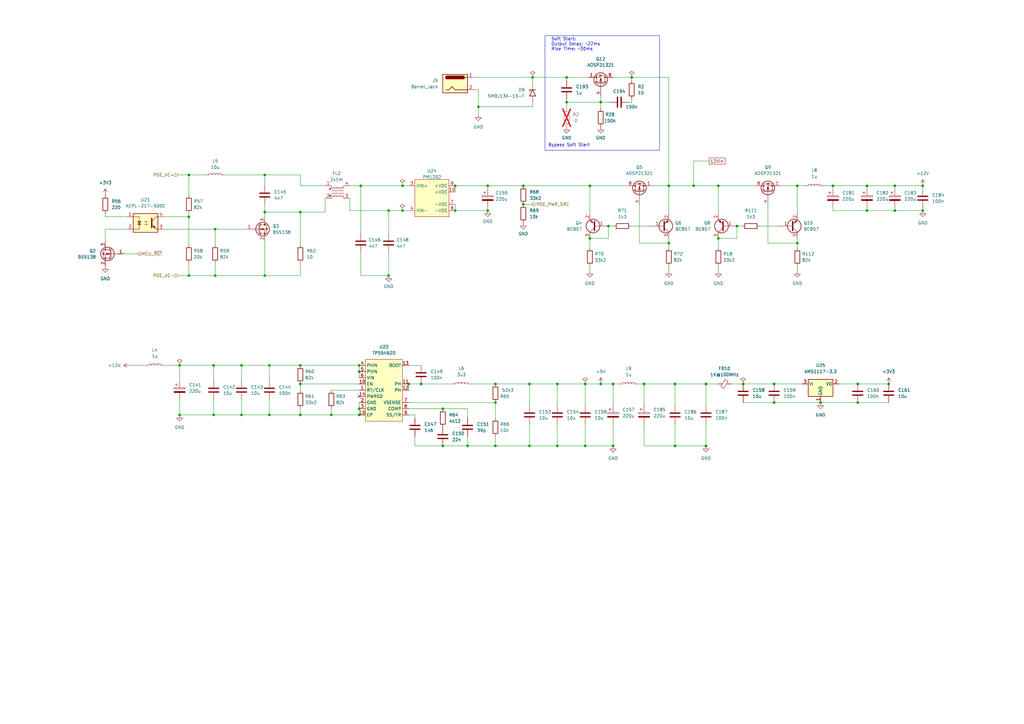
<source format=kicad_sch>
(kicad_sch (version 20230121) (generator eeschema)
  (paper "A3")
  (title_block (title "Kirdy") (date "2022-07-03") (rev "r0.1") (company "M-Labs") (comment 1 "Alex Wong Tat Hang"))
  (junction (at 259.08 31.75))
  (junction (at 214.63 76.2))
  (junction (at 87.63 149.86))
  (junction (at 200.025 86.36))
  (junction (at 186.69 86.36))
  (junction (at 364.49 157.48))
  (junction (at 241.935 97.79))
  (junction (at 276.86 157.48))
  (junction (at 181.61 182.88))
  (junction (at 274.32 99.695))
  (junction (at 147.32 167.64))
  (junction (at 241.935 76.2))
  (junction (at 88.265 93.98))
  (junction (at 251.46 182.88))
  (junction (at 181.61 167.64))
  (junction (at 284.48 76.2))
  (junction (at 246.38 157.48))
  (junction (at 108.585 86.995))
  (junction (at 317.5 165.1))
  (junction (at 228.6 157.48))
  (junction (at 203.2 157.48))
  (junction (at 77.47 113.03))
  (junction (at 123.19 86.995))
  (junction (at 378.46 86.36))
  (junction (at 251.46 157.48))
  (junction (at 110.49 170.18))
  (junction (at 167.64 157.48))
  (junction (at 159.385 113.03))
  (junction (at 274.32 76.2))
  (junction (at 135.89 170.18))
  (junction (at 73.66 170.18))
  (junction (at 214.63 83.82))
  (junction (at 302.26 92.71))
  (junction (at 200.025 76.2))
  (junction (at 165.1 86.36))
  (junction (at 246.38 41.91))
  (junction (at 196.215 43.815))
  (junction (at 77.47 88.9))
  (junction (at 240.03 182.88))
  (junction (at 147.32 149.86))
  (junction (at 203.2 182.88))
  (junction (at 336.55 165.1))
  (junction (at 108.585 113.03))
  (junction (at 240.03 157.48))
  (junction (at 249.555 92.71))
  (junction (at 110.49 149.86))
  (junction (at 351.79 165.1))
  (junction (at 147.955 76.2))
  (junction (at 108.585 71.755))
  (junction (at 294.64 97.79))
  (junction (at 123.19 170.18))
  (junction (at 317.5 157.48))
  (junction (at 289.56 157.48))
  (junction (at 351.79 157.48))
  (junction (at 203.2 165.1))
  (junction (at 327.025 76.2))
  (junction (at 355.6 86.36))
  (junction (at 367.03 76.2))
  (junction (at 217.17 182.88))
  (junction (at 165.1 76.2))
  (junction (at 304.8 157.48))
  (junction (at 217.17 157.48))
  (junction (at 87.63 170.18))
  (junction (at 232.41 31.75))
  (junction (at 378.46 76.2))
  (junction (at 123.19 149.86))
  (junction (at 341.63 76.2))
  (junction (at 73.66 149.86))
  (junction (at 186.69 76.2))
  (junction (at 218.44 31.75))
  (junction (at 77.47 71.755))
  (junction (at 327.025 99.695))
  (junction (at 99.06 170.18))
  (junction (at 294.64 76.2))
  (junction (at 289.56 182.88))
  (junction (at 88.265 113.03))
  (junction (at 232.41 41.91))
  (junction (at 147.32 152.4))
  (junction (at 367.03 86.36))
  (junction (at 228.6 182.88))
  (junction (at 191.77 182.88))
  (junction (at 99.06 149.86))
  (junction (at 159.385 86.36))
  (junction (at 123.19 157.48))
  (junction (at 276.86 182.88))
  (junction (at 147.32 170.18))
  (junction (at 172.72 157.48))
  (junction (at 264.16 157.48))
  (junction (at 355.6 76.2))
  (no_connect (at 147.32 162.56))
  (wire (pts (xy 337.82 76.2) (xy 341.63 76.2)))
  (wire (pts (xy 92.075 71.755) (xy 108.585 71.755)))
  (wire (pts (xy 108.585 86.995) (xy 108.585 88.9)))
  (wire (pts (xy 135.89 167.64) (xy 135.89 170.18)))
  (wire (pts (xy 294.64 76.2) (xy 309.88 76.2)))
  (wire (pts (xy 133.35 76.2) (xy 123.19 76.2)))
  (wire (pts (xy 378.46 77.47) (xy 378.46 76.2)))
  (wire (pts (xy 87.63 149.86) (xy 99.06 149.86)))
  (wire (pts (xy 147.32 165.1) (xy 147.32 167.64)))
  (wire (pts (xy 67.31 93.98) (xy 88.265 93.98)))
  (wire (pts (xy 186.69 86.36) (xy 200.025 86.36)))
  (wire (pts (xy 327.025 76.2) (xy 327.025 87.63)))
  (wire (pts (xy 110.49 149.86) (xy 123.19 149.86)))
  (wire (pts (xy 355.6 76.2) (xy 355.6 77.47)))
  (wire (pts (xy 50.8 104.14) (xy 56.515 104.14)))
  (wire (pts (xy 147.955 113.03) (xy 159.385 113.03)))
  (wire (pts (xy 123.19 86.995) (xy 123.19 100.33)))
  (wire (pts (xy 99.06 163.83) (xy 99.06 170.18)))
  (wire (pts (xy 264.16 157.48) (xy 276.86 157.48)))
  (wire (pts (xy 133.35 81.28) (xy 133.35 86.995)))
  (wire (pts (xy 241.935 76.2) (xy 257.175 76.2)))
  (wire (pts (xy 186.69 83.82) (xy 186.69 86.36)))
  (wire (pts (xy 294.64 97.79) (xy 294.64 101.6)))
  (wire (pts (xy 159.385 103.505) (xy 159.385 113.03)))
  (wire (pts (xy 135.89 160.02) (xy 147.32 160.02)))
  (wire (pts (xy 228.6 182.88) (xy 240.03 182.88)))
  (wire (pts (xy 327.025 99.695) (xy 327.025 101.6)))
  (wire (pts (xy 218.44 31.75) (xy 194.31 31.75)))
  (wire (pts (xy 99.06 170.18) (xy 110.49 170.18)))
  (wire (pts (xy 110.49 170.18) (xy 123.19 170.18)))
  (wire (pts (xy 232.41 41.91) (xy 232.41 44.45)))
  (wire (pts (xy 143.51 86.36) (xy 159.385 86.36)))
  (wire (pts (xy 274.32 76.2) (xy 284.48 76.2)))
  (wire (pts (xy 367.03 76.2) (xy 378.46 76.2)))
  (wire (pts (xy 304.8 165.1) (xy 317.5 165.1)))
  (wire (pts (xy 170.18 179.07) (xy 170.18 182.88)))
  (wire (pts (xy 203.2 182.88) (xy 203.2 179.07)))
  (wire (pts (xy 181.61 167.64) (xy 191.77 167.64)))
  (wire (pts (xy 217.17 157.48) (xy 217.17 166.37)))
  (wire (pts (xy 53.34 149.86) (xy 59.69 149.86)))
  (wire (pts (xy 267.335 76.2) (xy 274.32 76.2)))
  (wire (pts (xy 165.1 76.2) (xy 167.64 76.2)))
  (wire (pts (xy 246.38 41.91) (xy 250.19 41.91)))
  (wire (pts (xy 147.32 149.86) (xy 147.32 152.4)))
  (wire (pts (xy 73.025 113.03) (xy 77.47 113.03)))
  (wire (pts (xy 67.31 88.9) (xy 77.47 88.9)))
  (wire (pts (xy 167.64 149.86) (xy 172.72 149.86)))
  (wire (pts (xy 123.19 157.48) (xy 123.19 160.02)))
  (wire (pts (xy 88.265 113.03) (xy 88.265 107.95)))
  (wire (pts (xy 123.19 167.64) (xy 123.19 170.18)))
  (wire (pts (xy 73.66 163.83) (xy 73.66 170.18)))
  (wire (pts (xy 240.03 157.48) (xy 240.03 166.37)))
  (wire (pts (xy 251.46 182.88) (xy 251.46 173.99)))
  (wire (pts (xy 259.08 40.64) (xy 259.08 41.91)))
  (wire (pts (xy 108.585 86.995) (xy 123.19 86.995)))
  (wire (pts (xy 317.5 157.48) (xy 328.93 157.48)))
  (wire (pts (xy 276.86 157.48) (xy 289.56 157.48)))
  (wire (pts (xy 99.06 149.86) (xy 110.49 149.86)))
  (wire (pts (xy 165.1 86.36) (xy 167.64 86.36)))
  (wire (pts (xy 123.19 71.755) (xy 108.585 71.755)))
  (wire (pts (xy 320.04 76.2) (xy 327.025 76.2)))
  (wire (pts (xy 167.64 165.1) (xy 203.2 165.1)))
  (wire (pts (xy 284.48 76.2) (xy 294.64 76.2)))
  (wire (pts (xy 77.47 80.01) (xy 77.47 71.755)))
  (wire (pts (xy 289.56 173.99) (xy 289.56 182.88)))
  (wire (pts (xy 251.46 157.48) (xy 251.46 166.37)))
  (wire (pts (xy 274.32 76.2) (xy 274.32 87.63)))
  (wire (pts (xy 123.19 157.48) (xy 147.32 157.48)))
  (wire (pts (xy 123.19 113.03) (xy 108.585 113.03)))
  (wire (pts (xy 196.215 36.83) (xy 194.31 36.83)))
  (wire (pts (xy 218.44 41.91) (xy 218.44 43.815)))
  (wire (pts (xy 87.63 170.18) (xy 99.06 170.18)))
  (wire (pts (xy 135.89 170.18) (xy 147.32 170.18)))
  (wire (pts (xy 77.47 113.03) (xy 88.265 113.03)))
  (wire (pts (xy 351.79 157.48) (xy 364.49 157.48)))
  (wire (pts (xy 123.19 107.95) (xy 123.19 113.03)))
  (wire (pts (xy 200.025 76.2) (xy 200.025 77.47)))
  (wire (pts (xy 327.025 76.2) (xy 330.2 76.2)))
  (wire (pts (xy 123.19 149.86) (xy 147.32 149.86)))
  (wire (pts (xy 276.86 166.37) (xy 276.86 157.48)))
  (wire (pts (xy 143.51 81.28) (xy 143.51 86.36)))
  (wire (pts (xy 276.86 182.88) (xy 289.56 182.88)))
  (wire (pts (xy 43.18 93.98) (xy 52.07 93.98)))
  (wire (pts (xy 232.41 40.64) (xy 232.41 41.91)))
  (wire (pts (xy 73.66 156.21) (xy 73.66 149.86)))
  (wire (pts (xy 232.41 41.91) (xy 246.38 41.91)))
  (wire (pts (xy 294.64 109.22) (xy 294.64 111.125)))
  (wire (pts (xy 259.08 31.75) (xy 259.08 33.02)))
  (wire (pts (xy 108.585 113.03) (xy 88.265 113.03)))
  (wire (pts (xy 217.17 157.48) (xy 228.6 157.48)))
  (wire (pts (xy 77.47 87.63) (xy 77.47 88.9)))
  (wire (pts (xy 77.47 71.755) (xy 84.455 71.755)))
  (wire (pts (xy 232.41 31.75) (xy 232.41 33.02)))
  (wire (pts (xy 159.385 86.36) (xy 159.385 95.885)))
  (wire (pts (xy 259.08 41.91) (xy 257.81 41.91)))
  (wire (pts (xy 43.18 99.06) (xy 43.18 93.98)))
  (wire (pts (xy 246.38 39.37) (xy 246.38 41.91)))
  (wire (pts (xy 378.46 85.09) (xy 378.46 86.36)))
  (wire (pts (xy 203.2 157.48) (xy 217.17 157.48)))
  (wire (pts (xy 344.17 157.48) (xy 351.79 157.48)))
  (wire (pts (xy 123.19 170.18) (xy 135.89 170.18)))
  (wire (pts (xy 170.18 182.88) (xy 181.61 182.88)))
  (wire (pts (xy 294.64 76.2) (xy 294.64 87.63)))
  (wire (pts (xy 284.48 66.04) (xy 284.48 76.2)))
  (wire (pts (xy 290.83 66.04) (xy 284.48 66.04)))
  (wire (pts (xy 218.44 31.75) (xy 218.44 34.29)))
  (wire (pts (xy 367.03 76.2) (xy 367.03 77.47)))
  (wire (pts (xy 191.77 182.88) (xy 203.2 182.88)))
  (wire (pts (xy 172.72 157.48) (xy 185.42 157.48)))
  (wire (pts (xy 261.62 157.48) (xy 264.16 157.48)))
  (wire (pts (xy 108.585 71.755) (xy 108.585 76.2)))
  (wire (pts (xy 251.46 31.75) (xy 259.08 31.75)))
  (wire (pts (xy 327.025 109.22) (xy 327.025 111.125)))
  (wire (pts (xy 341.63 76.2) (xy 355.6 76.2)))
  (wire (pts (xy 77.47 88.9) (xy 77.47 100.33)))
  (wire (pts (xy 110.49 163.83) (xy 110.49 170.18)))
  (wire (pts (xy 314.96 99.695) (xy 327.025 99.695)))
  (wire (pts (xy 249.555 92.71) (xy 251.46 92.71)))
  (wire (pts (xy 341.63 76.2) (xy 341.63 77.47)))
  (wire (pts (xy 88.265 93.98) (xy 100.965 93.98)))
  (wire (pts (xy 43.18 87.63) (xy 43.18 88.9)))
  (wire (pts (xy 203.2 182.88) (xy 217.17 182.88)))
  (wire (pts (xy 254 157.48) (xy 251.46 157.48)))
  (wire (pts (xy 196.215 43.815) (xy 218.44 43.815)))
  (wire (pts (xy 246.38 41.91) (xy 246.38 44.45)))
  (wire (pts (xy 241.935 97.79) (xy 241.935 101.6)))
  (wire (pts (xy 355.6 76.2) (xy 367.03 76.2)))
  (wire (pts (xy 241.935 76.2) (xy 241.935 87.63)))
  (wire (pts (xy 88.265 93.98) (xy 88.265 100.33)))
  (wire (pts (xy 314.96 83.82) (xy 314.96 99.695)))
  (wire (pts (xy 228.6 157.48) (xy 240.03 157.48)))
  (wire (pts (xy 264.16 182.88) (xy 264.16 173.99)))
  (wire (pts (xy 77.47 107.95) (xy 77.47 113.03)))
  (wire (pts (xy 367.03 85.09) (xy 367.03 86.36)))
  (wire (pts (xy 73.66 149.86) (xy 87.63 149.86)))
  (wire (pts (xy 262.255 83.82) (xy 262.255 99.695)))
  (wire (pts (xy 200.025 86.36) (xy 200.025 85.09)))
  (wire (pts (xy 147.955 103.505) (xy 147.955 113.03)))
  (wire (pts (xy 147.32 167.64) (xy 147.32 170.18)))
  (wire (pts (xy 299.72 157.48) (xy 304.8 157.48)))
  (wire (pts (xy 196.215 43.815) (xy 196.215 36.83)))
  (wire (pts (xy 274.32 109.22) (xy 274.32 111.125)))
  (wire (pts (xy 241.935 109.22) (xy 241.935 111.125)))
  (wire (pts (xy 232.41 31.75) (xy 241.3 31.75)))
  (wire (pts (xy 87.63 149.86) (xy 87.63 156.21)))
  (wire (pts (xy 186.69 76.2) (xy 186.69 78.74)))
  (wire (pts (xy 317.5 165.1) (xy 336.55 165.1)))
  (wire (pts (xy 203.2 171.45) (xy 203.2 165.1)))
  (wire (pts (xy 167.64 157.48) (xy 172.72 157.48)))
  (wire (pts (xy 147.32 152.4) (xy 147.32 154.94)))
  (wire (pts (xy 108.585 99.06) (xy 108.585 113.03)))
  (wire (pts (xy 170.18 170.18) (xy 170.18 171.45)))
  (wire (pts (xy 193.04 157.48) (xy 203.2 157.48)))
  (wire (pts (xy 241.935 97.79) (xy 249.555 97.79)))
  (wire (pts (xy 133.35 86.995) (xy 123.19 86.995)))
  (wire (pts (xy 367.03 86.36) (xy 378.46 86.36)))
  (wire (pts (xy 214.63 83.82) (xy 218.44 83.82)))
  (wire (pts (xy 159.385 86.36) (xy 165.1 86.36)))
  (wire (pts (xy 228.6 157.48) (xy 228.6 166.37)))
  (wire (pts (xy 218.44 31.75) (xy 232.41 31.75)))
  (wire (pts (xy 264.16 182.88) (xy 276.86 182.88)))
  (wire (pts (xy 87.63 163.83) (xy 87.63 170.18)))
  (wire (pts (xy 191.77 182.88) (xy 191.77 179.07)))
  (wire (pts (xy 249.555 97.79) (xy 249.555 92.71)))
  (wire (pts (xy 294.64 97.79) (xy 302.26 97.79)))
  (wire (pts (xy 240.03 173.99) (xy 240.03 182.88)))
  (wire (pts (xy 108.585 83.82) (xy 108.585 86.995)))
  (wire (pts (xy 217.17 173.99) (xy 217.17 182.88)))
  (wire (pts (xy 167.64 170.18) (xy 170.18 170.18)))
  (wire (pts (xy 327.025 97.79) (xy 327.025 99.695)))
  (wire (pts (xy 186.69 76.2) (xy 200.025 76.2)))
  (wire (pts (xy 246.38 157.48) (xy 251.46 157.48)))
  (wire (pts (xy 181.61 182.88) (xy 191.77 182.88)))
  (wire (pts (xy 341.63 86.36) (xy 355.6 86.36)))
  (wire (pts (xy 355.6 86.36) (xy 367.03 86.36)))
  (wire (pts (xy 73.66 170.18) (xy 87.63 170.18)))
  (wire (pts (xy 123.19 76.2) (xy 123.19 71.755)))
  (wire (pts (xy 355.6 85.09) (xy 355.6 86.36)))
  (wire (pts (xy 276.86 173.99) (xy 276.86 182.88)))
  (wire (pts (xy 302.26 92.71) (xy 304.165 92.71)))
  (wire (pts (xy 67.31 149.86) (xy 73.66 149.86)))
  (wire (pts (xy 228.6 173.99) (xy 228.6 182.88)))
  (wire (pts (xy 110.49 149.86) (xy 110.49 156.21)))
  (wire (pts (xy 264.16 166.37) (xy 264.16 157.48)))
  (wire (pts (xy 191.77 167.64) (xy 191.77 171.45)))
  (wire (pts (xy 240.03 182.88) (xy 251.46 182.88)))
  (wire (pts (xy 147.955 76.2) (xy 165.1 76.2)))
  (wire (pts (xy 274.32 99.695) (xy 274.32 101.6)))
  (wire (pts (xy 262.255 99.695) (xy 274.32 99.695)))
  (wire (pts (xy 341.63 86.36) (xy 341.63 85.09)))
  (wire (pts (xy 351.79 165.1) (xy 364.49 165.1)))
  (wire (pts (xy 167.64 167.64) (xy 181.61 167.64)))
  (wire (pts (xy 304.8 157.48) (xy 317.5 157.48)))
  (wire (pts (xy 274.32 31.75) (xy 274.32 76.2)))
  (wire (pts (xy 200.025 76.2) (xy 214.63 76.2)))
  (wire (pts (xy 259.08 92.71) (xy 266.7 92.71)))
  (wire (pts (xy 99.06 156.21) (xy 99.06 149.86)))
  (wire (pts (xy 311.785 92.71) (xy 319.405 92.71)))
  (wire (pts (xy 289.56 157.48) (xy 294.64 157.48)))
  (wire (pts (xy 302.26 97.79) (xy 302.26 92.71)))
  (wire (pts (xy 167.64 157.48) (xy 167.64 160.02)))
  (wire (pts (xy 259.08 31.75) (xy 274.32 31.75)))
  (wire (pts (xy 73.025 71.755) (xy 77.47 71.755)))
  (wire (pts (xy 143.51 76.2) (xy 147.955 76.2)))
  (wire (pts (xy 214.63 76.2) (xy 241.935 76.2)))
  (wire (pts (xy 43.18 88.9) (xy 52.07 88.9)))
  (wire (pts (xy 147.955 76.2) (xy 147.955 95.885)))
  (wire (pts (xy 274.32 97.79) (xy 274.32 99.695)))
  (wire (pts (xy 240.03 157.48) (xy 246.38 157.48)))
  (wire (pts (xy 217.17 182.88) (xy 228.6 182.88)))
  (wire (pts (xy 196.215 46.99) (xy 196.215 43.815)))
  (wire (pts (xy 289.56 166.37) (xy 289.56 157.48)))
  (wire (pts (xy 336.55 165.1) (xy 351.79 165.1)))
  (rectangle (start 223.52 14.605) (end 270.51 61.595))
  (text "Bypass Soft Start" (at 241.935 60.325 0) (effects (font (size 1.27 1.27)) (justify right bottom)))
  (text "Soft Start:\nOutput Delay: ~22ms\nRise Time: ~30ms\n" (at 226.06 20.955 0) (effects (font (size 1.27 1.27)) (justify left bottom)))
  (global_label "12Vin" (shape passive) (at 290.83 66.04 0) (property "Intersheetrefs" "${INTERSHEET_REFS}" (effects hide)))
  (hierarchical_label "POE_PWR_SRC" (shape output) (at 218.44 83.82 0))
  (hierarchical_label "POE_VC+" (shape input) (at 73.025 71.755 180))
  (hierarchical_label "POE_VC-" (shape input) (at 73.025 113.03 180))
  (hierarchical_label "MCU_~{RST}" (shape input) (at 56.515 104.14 0))
  (symbol (lib_id "Device:L") (at 189.23 157.48 90) (unit 1)
    (property "Reference" "L6" (at 189.23 151.13 90))
    (property "Value" "3u3" (at 189.23 153.67 90))
    (property "Footprint" "Inductor_SMD:L_Wuerth_MAPI-4020" (effects hide))
    (property "MFR_PN" "74438356033" (effects hide))
  )
  (symbol (lib_id "Device:C") (at 276.86 170.18 0) (unit 1)
    (property "Reference" "C186" (at 280.67 168.9099 0) (effects (justify left)))
    (property "Value" "10u" (at 280.67 171.4499 0) (effects (justify left)))
    (property "Footprint" "Capacitor_SMD:C_0805_2012Metric" (effects hide))
    (property "MFR_PN" "CL21B106KOQNNNG" (effects hide))
    (property "MFR_PN_ALT" "CL21B106KOQNNNE" (effects hide))
  )
  (symbol (lib_id "Device:C") (at 378.46 81.28 0) (unit 1)
    (property "Reference" "C184" (at 382.27 80.0099 0) (effects (justify left)))
    (property "Value" "100n" (at 382.27 82.5499 0) (effects (justify left)))
    (property "Footprint" "Capacitor_SMD:C_0603_1608Metric" (effects hide))
    (property "MFR_PN" "CL10B104KB8NNWC" (effects hide))
    (property "MFR_PN_ALT" "CL10B104KB8NNNL" (effects hide))
  )
  (symbol (lib_id "Transistor_FET:BSS138") (at 106.045 93.98 0) (unit 1)
    (property "Reference" "Q3" (at 111.76 92.7099 0) (effects (justify left)))
    (property "Value" "BSS138" (at 111.76 95.2499 0) (effects (justify left)))
    (property "Footprint" "Package_TO_SOT_SMD:SOT-23" (effects hide))
    (property "Datasheet" "https://www.onsemi.com/pub/Collateral/BSS138-D.PDF" (effects hide))
    (property "MFR_PN" "BSS138W-TP" (effects hide))
    (property "MFR_PN_ALT" "BSS138W-7-F" (effects hide))
  )
  (symbol (lib_id "Device:R") (at 77.47 104.14 0) (unit 1)
    (property "Reference" "R58" (at 79.375 102.8699 0) (effects (justify left)))
    (property "Value" "20k" (at 79.375 105.4099 0) (effects (justify left)))
    (property "Footprint" "Resistor_SMD:R_0603_1608Metric" (effects hide))
    (property "MFR_PN" "RMCF0603FT20K0" (effects hide))
    (property "MFR_PN_ALT" "RC0603FR-0720KL" (effects hide))
  )
  (symbol (lib_id "Device:L") (at 88.265 71.755 90) (unit 1)
    (property "Reference" "L5" (at 88.265 66.04 90))
    (property "Value" "10u" (at 88.265 68.58 90))
    (property "Footprint" "Inductor_SMD:L_Wuerth_WE-PD-Typ-LS" (effects hide))
    (property "MFR_PN" "74477110" (effects hide))
  )
  (symbol (lib_id "Device:R") (at 294.64 105.41 0) (unit 1)
    (property "Reference" "R18" (at 296.545 104.1399 0) (effects (justify left)))
    (property "Value" "33k2" (at 296.545 106.6799 0) (effects (justify left)))
    (property "Footprint" "Resistor_SMD:R_0603_1608Metric" (effects hide))
    (property "MFR_PN" "CR0603-FX-3322ELF" (effects hide))
    (property "MFR_PN_ALT" "RC0603FR-0733K2L" (effects hide))
  )
  (symbol (lib_id "Device:C") (at 170.18 175.26 0) (unit 1)
    (property "Reference" "C147" (at 173.99 173.9899 0) (effects (justify left)))
    (property "Value" "1n6" (at 173.99 176.5299 0) (effects (justify left)))
    (property "Footprint" "Capacitor_SMD:C_0603_1608Metric" (effects hide))
    (property "MFR_PN" "GCM1885C1H162FA16D" (effects hide))
    (property "MFR_PN_ALT" "C0603C162J5GAC7867" (effects hide))
  )
  (symbol (lib_id "Device:C_Polarized") (at 264.16 170.18 0) (unit 1)
    (property "Reference" "C185" (at 267.97 168.0209 0) (effects (justify left)))
    (property "Value" "220u" (at 267.97 170.5609 0) (effects (justify left)))
    (property "Footprint" "Capacitor_Tantalum_SMD:CP_EIA-7343-15_Kemet-W" (effects hide))
    (property "MFR_PN" "T491D227K016AT" (effects hide))
    (property "MFR_PN_ALT" "293D227X9016E2TE3" (effects hide))
  )
  (symbol (lib_id "Isolator:SFH617A-2X009T") (at 59.69 91.44 0) (unit 1)
    (property "Reference" "U21" (at 59.69 81.915 0))
    (property "Value" "ACPL-217-500E" (at 59.69 84.455 0))
    (property "Footprint" "Package_DIP:SMDIP-4_W7.62mm" (effects hide))
    (property "Datasheet" "http://www.vishay.com/docs/83740/sfh617a.pdf" (effects hide))
    (property "MFR_PN" "EL3H7(C)(TA)-VG" (effects hide))
  )
  (symbol (lib_id "Transistor_BJT:BC857") (at 324.485 92.71 0) (mirror x) (unit 1)
    (property "Reference" "Q10" (at 329.565 91.4399 0) (effects (justify left)))
    (property "Value" "BC857" (at 329.565 93.9799 0) (effects (justify left)))
    (property "Footprint" "Package_TO_SOT_SMD:SOT-23" (effects hide))
    (property "Datasheet" "https://www.onsemi.com/pub/Collateral/BC860-D.pdf" (effects hide))
    (property "MFR_PN" "BC857B-TP" (effects hide))
    (property "MFR_PN_ALT" "BC857C-TP" (effects hide))
  )
  (symbol (lib_id "Device:C") (at 108.585 80.01 0) (unit 1)
    (property "Reference" "C145" (at 112.395 78.7399 0) (effects (justify left)))
    (property "Value" "4n7" (at 112.395 81.2799 0) (effects (justify left)))
    (property "Footprint" "Capacitor_SMD:C_1206_3216Metric" (effects hide))
    (property "MFR_PN" "12067C472KAT2A" (effects hide))
    (property "MFR_PN_ALT" "1206B472K501NT" (effects hide))
  )
  (symbol (lib_id "Device:C") (at 240.03 170.18 0) (unit 1)
    (property "Reference" "C156" (at 243.84 168.9099 0) (effects (justify left)))
    (property "Value" "10u" (at 243.84 171.4499 0) (effects (justify left)))
    (property "Footprint" "Capacitor_SMD:C_0805_2012Metric" (effects hide))
    (property "MFR_PN" "CL21B106KOQNNNG" (effects hide))
    (property "MFR_PN_ALT" "CL21B106KOQNNNE" (effects hide))
  )
  (symbol (lib_id "Device:R") (at 88.265 104.14 0) (unit 1)
    (property "Reference" "R59" (at 90.17 102.8699 0) (effects (justify left)))
    (property "Value" "82k" (at 90.17 105.4099 0) (effects (justify left)))
    (property "Footprint" "Resistor_SMD:R_0603_1608Metric" (effects hide))
    (property "MFR_PN" "CRGCQ0603F82K" (effects hide))
    (property "MFR_PN_ALT" "RMCF0603FT82K0" (effects hide))
  )
  (symbol (lib_id "power:GND") (at 159.385 113.03 0) (unit 1)
    (property "Reference" "#PWR0129" (effects hide))
    (property "Value" "GND" (at 159.385 117.475 0))
  )
  (symbol (lib_id "Device:C") (at 147.955 99.695 0) (unit 1)
    (property "Reference" "C146" (at 151.13 98.4249 0) (effects (justify left)))
    (property "Value" "4n7" (at 151.13 100.9649 0) (effects (justify left)))
    (property "Footprint" "Capacitor_SMD:C_1206_3216Metric" (effects hide))
    (property "MFR_PN" "12067C472KAT2A" (effects hide))
    (property "MFR_PN_ALT" "1206B472K501NT" (effects hide))
  )
  (symbol (lib_id "power:GND") (at 196.215 46.99 0) (mirror y) (unit 1)
    (property "Reference" "#PWR0140" (effects hide))
    (property "Value" "GND" (at 196.215 52.07 0))
  )
  (symbol (lib_id "Device:C_Polarized") (at 341.63 81.28 0) (unit 1)
    (property "Reference" "C181" (at 345.44 79.1209 0) (effects (justify left)))
    (property "Value" "220u" (at 345.44 81.6609 0) (effects (justify left)))
    (property "Footprint" "Capacitor_Tantalum_SMD:CP_EIA-7343-15_Kemet-W" (effects hide))
    (property "MFR_PN" "T491D227K016AT" (effects hide))
    (property "MFR_PN_ALT" "293D227X9016E2TE3" (effects hide))
  )
  (symbol (lib_id "power:GND") (at 274.32 111.125 0) (unit 1)
    (property "Reference" "#PWR0137" (effects hide))
    (property "Value" "GND" (at 274.32 116.205 0))
  )
  (symbol (lib_id "Device:R") (at 181.61 171.45 0) (unit 1)
    (property "Reference" "R64" (at 184.15 170.1799 0) (effects (justify left)))
    (property "Value" "4k12" (at 184.15 172.7199 0) (effects (justify left)))
    (property "Footprint" "Resistor_SMD:R_0603_1608Metric" (effects hide))
    (property "MFR_PN" "RMCF0603FT4K12" (effects hide))
    (property "MFR_PN_ALT" "RC0603FR-074K12L" (effects hide))
  )
  (symbol (lib_id "Device:C") (at 304.8 161.29 0) (unit 1)
    (property "Reference" "C158" (at 308.61 160.0199 0) (effects (justify left)))
    (property "Value" "10u" (at 308.61 162.5599 0) (effects (justify left)))
    (property "Footprint" "Capacitor_SMD:C_0805_2012Metric" (effects hide))
    (property "MFR_PN" "CL21B106KOQNNNG" (effects hide))
    (property "MFR_PN_ALT" "CL21B106KOQNNNE" (effects hide))
  )
  (symbol (lib_id "Device:C") (at 351.79 161.29 0) (unit 1)
    (property "Reference" "C160" (at 355.6 160.0199 0) (effects (justify left)))
    (property "Value" "100n" (at 355.6 162.5599 0) (effects (justify left)))
    (property "Footprint" "Capacitor_SMD:C_0603_1608Metric" (effects hide))
    (property "MFR_PN" "CL10B104KB8NNWC" (effects hide))
    (property "MFR_PN_ALT" "CL10B104KB8NNNL" (effects hide))
  )
  (symbol (lib_id "power:+12V") (at 378.46 76.2 0) (unit 1)
    (property "Reference" "#PWR0136" (effects hide))
    (property "Value" "+12V" (at 378.46 71.12 0))
  )
  (symbol (lib_id "power:PWR_FLAG") (at 304.8 157.48 0) (unit 1)
    (property "Reference" "#FLG0111" (effects hide))
    (property "Value" "PWR_FLAG" (effects hide))
  )
  (symbol (lib_id "power:GND") (at 241.935 111.125 0) (unit 1)
    (property "Reference" "#PWR0135" (effects hide))
    (property "Value" "GND" (at 241.935 116.205 0))
  )
  (symbol (lib_id "Device:C") (at 87.63 160.02 0) (unit 1)
    (property "Reference" "C142" (at 91.44 158.7499 0) (effects (justify left)))
    (property "Value" "10u" (at 91.44 161.2899 0) (effects (justify left)))
    (property "Footprint" "Capacitor_SMD:C_0805_2012Metric" (effects hide))
    (property "MFR_PN" "CL21B106KOQNNNG" (effects hide))
    (property "MFR_PN_ALT" "CL21B106KOQNNNE" (effects hide))
  )
  (symbol (lib_id "Device:R") (at 123.19 153.67 0) (unit 1)
    (property "Reference" "R60" (at 125.095 152.3999 0) (effects (justify left)))
    (property "Value" "82k" (at 125.095 154.9399 0) (effects (justify left)))
    (property "Footprint" "Resistor_SMD:R_0603_1608Metric" (effects hide))
    (property "MFR_PN" "CRGCQ0603F82K" (effects hide))
    (property "MFR_PN_ALT" "RMCF0603FT82K0" (effects hide))
  )
  (symbol (lib_id "Device:C_Polarized") (at 251.46 170.18 0) (unit 1)
    (property "Reference" "C157" (at 255.27 168.0209 0) (effects (justify left)))
    (property "Value" "220u" (at 255.27 170.5609 0) (effects (justify left)))
    (property "Footprint" "Capacitor_Tantalum_SMD:CP_EIA-7343-15_Kemet-W" (effects hide))
    (property "MFR_PN" "T491D227K016AT" (effects hide))
    (property "MFR_PN_ALT" "293D227X9016E2TE3" (effects hide))
  )
  (symbol (lib_id "kirdy:PM1202") (at 176.53 83.82 0) (unit 1)
    (property "Reference" "U24" (at 177.165 70.0872 0))
    (property "Value" "PM1202" (at 177.165 72.6241 0))
    (property "Footprint" "kirdy:PM1202" (effects hide))
  )
  (symbol (lib_id "Device:R") (at 307.975 92.71 90) (unit 1)
    (property "Reference" "R111" (at 307.975 86.36 90))
    (property "Value" "1k3" (at 307.975 88.9 90))
    (property "Footprint" "Resistor_SMD:R_0603_1608Metric" (effects hide))
    (property "MFR_PN" "RC0603FR-071K3L" (effects hide))
    (property "MFR_PN_ALT" "CRCW06031K30FKEAC" (effects hide))
  )
  (symbol (lib_id "Device:C") (at 172.72 153.67 0) (unit 1)
    (property "Reference" "C149" (at 176.53 152.3999 0) (effects (justify left)))
    (property "Value" "100n" (at 176.53 154.9399 0) (effects (justify left)))
    (property "Footprint" "Capacitor_SMD:C_0603_1608Metric" (effects hide))
    (property "MFR_PN" "CL10B104KB8NNWC" (effects hide))
    (property "MFR_PN_ALT" "CL10B104KB8NNNL" (effects hide))
  )
  (symbol (lib_id "Device:R") (at 232.41 48.26 180) (unit 1) (dnp yes)
    (property "Reference" "R2" (at 236.22 46.99 0))
    (property "Value" "0" (at 236.22 49.53 0))
    (property "Footprint" "Resistor_SMD:R_0603_1608Metric" (effects hide))
    (property "MFR_PN_ALT" "WR06X10R0FTL" (effects hide))
    (instances (project "kirdy" (path "" (reference "R2") (unit 1)) (path "" (reference "R116") (unit 1))))
  )
  (symbol (lib_id "Diode:SM6T15A") (at 218.44 38.1 90) (mirror x) (unit 1)
    (property "Reference" "D9" (at 215.265 36.8299 90) (effects (justify left)))
    (property "Value" "SMBJ13A-13-F" (at 215.265 39.3699 90) (effects (justify left)))
    (property "Footprint" "Diode_SMD:D_SMB" (effects hide))
    (property "Datasheet" "https://www.st.com/resource/en/datasheet/sm6t.pdf" (effects hide))
    (property "MFR_PN" "SMBJ13A-13-F" (effects hide))
    (property "MFR_PN_ALT" "P6SMB16A" (effects hide))
  )
  (symbol (lib_id "Device:C_Polarized") (at 355.6 81.28 0) (unit 1)
    (property "Reference" "C182" (at 359.41 79.1209 0) (effects (justify left)))
    (property "Value" "220u" (at 359.41 81.6609 0) (effects (justify left)))
    (property "Footprint" "Capacitor_Tantalum_SMD:CP_EIA-7343-15_Kemet-W" (effects hide))
    (property "MFR_PN" "T491D227K016AT" (effects hide))
    (property "MFR_PN_ALT" "293D227X9016E2TE3" (effects hide))
  )
  (symbol (lib_id "Device:C") (at 228.6 170.18 0) (unit 1)
    (property "Reference" "C154" (at 232.41 168.9099 0) (effects (justify left)))
    (property "Value" "10u" (at 232.41 171.4499 0) (effects (justify left)))
    (property "Footprint" "Capacitor_SMD:C_0805_2012Metric" (effects hide))
    (property "MFR_PN" "CL21B106KOQNNNG" (effects hide))
    (property "MFR_PN_ALT" "CL21B106KOQNNNE" (effects hide))
  )
  (symbol (lib_id "Device:R") (at 203.2 161.29 180) (unit 1)
    (property "Reference" "R65" (at 207.01 162.56 0))
    (property "Value" "52k3" (at 208.28 160.02 0))
    (property "Footprint" "Resistor_SMD:R_0603_1608Metric" (effects hide))
    (property "MFR_PN" "CR0603-FX-5232ELF" (effects hide))
    (property "MFR_PN_ALT" "ERJ-3EKF5232V" (effects hide))
  )
  (symbol (lib_id "Device:C") (at 191.77 175.26 0) (unit 1)
    (property "Reference" "C151" (at 195.58 173.9899 0) (effects (justify left)))
    (property "Value" "39p" (at 195.58 176.5299 0) (effects (justify left)))
    (property "Footprint" "Capacitor_SMD:C_0603_1608Metric" (effects hide))
    (property "MFR_PN" "0603N390J500CT" (effects hide))
    (property "MFR_PN_ALT" "CML0603C0G390JT50V" (effects hide))
  )
  (symbol (lib_id "power:PWR_FLAG") (at 259.08 31.75 0) (mirror y) (unit 1)
    (property "Reference" "#FLG07" (effects hide))
    (property "Value" "PWR_FLAG" (effects hide))
  )
  (symbol (lib_id "power:+3V3") (at 43.18 80.01 0) (unit 1)
    (property "Reference" "#PWR0126" (effects hide))
    (property "Value" "+3V3" (at 43.18 74.93 0))
  )
  (symbol (lib_id "Device:R") (at 214.63 80.01 0) (unit 1)
    (property "Reference" "R68" (at 217.17 78.7399 0) (effects (justify left)))
    (property "Value" "33k2" (at 217.17 81.2799 0) (effects (justify left)))
    (property "Footprint" "Resistor_SMD:R_0603_1608Metric" (effects hide))
    (property "MFR_PN" "CR0603-FX-3322ELF" (effects hide))
    (property "MFR_PN_ALT" "RC0603FR-0733K2L" (effects hide))
  )
  (symbol (lib_id "power:GND") (at 73.66 170.18 0) (unit 1)
    (property "Reference" "#PWR0128" (effects hide))
    (property "Value" "GND" (at 73.66 175.26 0))
  )
  (symbol (lib_id "power:PWR_FLAG") (at 165.1 76.2 0) (unit 1)
    (property "Reference" "#FLG0115" (effects hide))
    (property "Value" "PWR_FLAG" (effects hide))
  )
  (symbol (lib_id "power:GND") (at 43.18 109.22 0) (unit 1)
    (property "Reference" "#PWR0127" (effects hide))
    (property "Value" "GND" (at 43.18 114.3 0))
  )
  (symbol (lib_id "Device:R") (at 255.27 92.71 90) (unit 1)
    (property "Reference" "R71" (at 255.27 86.36 90))
    (property "Value" "1k3" (at 255.27 88.9 90))
    (property "Footprint" "Resistor_SMD:R_0603_1608Metric" (effects hide))
    (property "MFR_PN" "RC0603FR-071K3L" (effects hide))
    (property "MFR_PN_ALT" "CRCW06031K30FKEAC" (effects hide))
  )
  (symbol (lib_id "Device:C_Polarized") (at 200.025 81.28 0) (unit 1)
    (property "Reference" "C155" (at 203.2 79.1209 0) (effects (justify left)))
    (property "Value" "220u" (at 203.2 81.6609 0) (effects (justify left)))
    (property "Footprint" "Capacitor_Tantalum_SMD:CP_EIA-7343-15_Kemet-W" (effects hide))
    (property "MFR_PN" "T491D227K016AT" (effects hide))
    (property "MFR_PN_ALT" "293D227X9016E2TE3" (effects hide))
  )
  (symbol (lib_id "Device:L") (at 257.81 157.48 90) (unit 1)
    (property "Reference" "L9" (at 257.81 151.13 90))
    (property "Value" "1u" (at 257.81 153.67 90))
    (property "Footprint" "Inductor_SMD:L_1008_2520Metric" (effects hide))
    (property "MFR_PN" "DFE252012F-1R0M=P2" (effects hide))
    (property "MFR_PN_ALT" "DFE252012P-1R0M=P2" (effects hide))
  )
  (symbol (lib_id "Device:R") (at 259.08 36.83 180) (unit 1)
    (property "Reference" "R2" (at 262.89 35.56 0))
    (property "Value" "10" (at 262.89 38.1 0))
    (property "Footprint" "Resistor_SMD:R_0603_1608Metric" (effects hide))
    (property "MFR_PN_ALT" "WR06X10R0FTL" (effects hide))
    (instances (project "kirdy" (path "" (reference "R2") (unit 1)) (path "" (reference "R114") (unit 1))))
  )
  (symbol (lib_id "Device:C") (at 289.56 170.18 0) (unit 1)
    (property "Reference" "C187" (at 293.37 168.9099 0) (effects (justify left)))
    (property "Value" "100n" (at 293.37 171.4499 0) (effects (justify left)))
    (property "Footprint" "Capacitor_SMD:C_0603_1608Metric" (effects hide))
    (property "MFR_PN" "CL10B104KB8NNWC" (effects hide))
    (property "MFR_PN_ALT" "CL10B104KB8NNNL" (effects hide))
  )
  (symbol (lib_id "power:+5V") (at 246.38 157.48 0) (unit 1)
    (property "Reference" "#PWR0133" (effects hide))
    (property "Value" "+5V" (at 246.38 152.4 0))
  )
  (symbol (lib_id "Device:R") (at 241.935 105.41 0) (unit 1)
    (property "Reference" "R70" (at 243.84 104.1399 0) (effects (justify left)))
    (property "Value" "33k2" (at 243.84 106.6799 0) (effects (justify left)))
    (property "Footprint" "Resistor_SMD:R_0603_1608Metric" (effects hide))
    (property "MFR_PN" "CR0603-FX-3322ELF" (effects hide))
    (property "MFR_PN_ALT" "RC0603FR-0733K2L" (effects hide))
  )
  (symbol (lib_id "Device:R") (at 43.18 83.82 0) (unit 1)
    (property "Reference" "R56" (at 45.72 82.5499 0) (effects (justify left)))
    (property "Value" "220" (at 45.72 85.0899 0) (effects (justify left)))
    (property "Footprint" "Resistor_SMD:R_0603_1608Metric" (effects hide))
    (property "MFR_PN" "WR06X2200FTL" (effects hide))
    (property "MFR_PN_ALT" "CRGCQ0603F220R" (effects hide))
  )
  (symbol (lib_id "Transistor_FET:BSS138") (at 45.72 104.14 0) (mirror y) (unit 1)
    (property "Reference" "Q2" (at 39.37 102.8699 0) (effects (justify left)))
    (property "Value" "BSS138" (at 39.37 105.4099 0) (effects (justify left)))
    (property "Footprint" "Package_TO_SOT_SMD:SOT-23" (effects hide))
    (property "Datasheet" "https://www.onsemi.com/pub/Collateral/BSS138-D.PDF" (effects hide))
    (property "MFR_PN" "BSS138W-TP" (effects hide))
    (property "MFR_PN_ALT" "BSS138W-7-F" (effects hide))
  )
  (symbol (lib_id "power:PWR_FLAG") (at 73.66 149.86 0) (unit 1)
    (property "Reference" "#FLG0112" (effects hide))
    (property "Value" "PWR_FLAG" (effects hide))
  )
  (symbol (lib_id "Transistor_BJT:BC857") (at 297.18 92.71 180) (unit 1)
    (property "Reference" "Q8" (at 291.465 91.4399 0) (effects (justify left)))
    (property "Value" "BC857" (at 291.465 93.9799 0) (effects (justify left)))
    (property "Footprint" "Package_TO_SOT_SMD:SOT-23" (effects hide))
    (property "Datasheet" "https://www.onsemi.com/pub/Collateral/BC860-D.pdf" (effects hide))
    (property "MFR_PN" "BC857B-TP" (effects hide))
    (property "MFR_PN_ALT" "BC857C-TP" (effects hide))
  )
  (symbol (lib_id "power:GND") (at 327.025 111.125 0) (unit 1)
    (property "Reference" "#PWR064" (effects hide))
    (property "Value" "GND" (at 327.025 116.205 0))
  )
  (symbol (lib_id "power:PWR_FLAG") (at 165.1 86.36 0) (unit 1)
    (property "Reference" "#FLG0116" (effects hide))
    (property "Value" "PWR_FLAG" (effects hide))
  )
  (symbol (lib_id "Device:R") (at 203.2 175.26 0) (unit 1)
    (property "Reference" "R66" (at 205.105 173.9899 0) (effects (justify left)))
    (property "Value" "10k" (at 205.105 176.5299 0) (effects (justify left)))
    (property "Footprint" "Resistor_SMD:R_0603_1608Metric" (effects hide))
    (property "MFR_PN" "RNCP0603FTD10K0" (effects hide))
    (property "MFR_PN_ALT" "RMCF0603FT10K0" (effects hide))
  )
  (symbol (lib_id "Device:C") (at 181.61 179.07 0) (unit 1)
    (property "Reference" "C150" (at 185.42 177.7999 0) (effects (justify left)))
    (property "Value" "22n" (at 185.42 180.3399 0) (effects (justify left)))
    (property "Footprint" "Capacitor_SMD:C_0603_1608Metric" (effects hide))
    (property "MFR_PN" "06035C223JAT2A" (effects hide))
    (property "MFR_PN_ALT" "0603B223J250CT" (effects hide))
  )
  (symbol (lib_id "Device:C") (at 254 41.91 90) (unit 1)
    (property "Reference" "C194" (at 254 37.465 90))
    (property "Value" "100n" (at 259.08 43.815 90))
    (property "Footprint" "Capacitor_SMD:C_0603_1608Metric" (effects hide))
    (property "MFR_PN_ALT" "0603B223J250CT" (effects hide))
  )
  (symbol (lib_id "Device:R") (at 77.47 83.82 0) (unit 1)
    (property "Reference" "R57" (at 79.375 82.5499 0) (effects (justify left)))
    (property "Value" "82k" (at 79.375 85.0899 0) (effects (justify left)))
    (property "Footprint" "Resistor_SMD:R_0603_1608Metric" (effects hide))
    (property "MFR_PN" "CRGCQ0603F82K" (effects hide))
    (property "MFR_PN_ALT" "RMCF0603FT82K0" (effects hide))
  )
  (symbol (lib_id "Device:C_Polarized") (at 367.03 81.28 0) (unit 1)
    (property "Reference" "C183" (at 370.84 79.1209 0) (effects (justify left)))
    (property "Value" "220u" (at 370.84 81.6609 0) (effects (justify left)))
    (property "Footprint" "Capacitor_Tantalum_SMD:CP_EIA-7343-15_Kemet-W" (effects hide))
    (property "MFR_PN" "T491D227K016AT" (effects hide))
    (property "MFR_PN_ALT" "293D227X9016E2TE3" (effects hide))
  )
  (symbol (lib_id "Transistor_FET:FDS9435A") (at 246.38 34.29 270) (mirror x) (unit 1)
    (property "Reference" "Q12" (at 246.38 24.13 90))
    (property "Value" "AOSP21321" (at 246.38 26.67 90))
    (property "Footprint" "Package_SO:SOIC-8_3.9x4.9mm_P1.27mm" (effects hide))
    (property "Datasheet" "https://www.onsemi.com/pub/Collateral/FDS9435A-D.PDF" (effects hide))
    (property "MFR_PN" "AOSP21321" (effects hide))
    (property "MFR_PN_ALT" "AO4411" (effects hide))
  )
  (symbol (lib_id "Device:R") (at 123.19 104.14 0) (unit 1)
    (property "Reference" "R62" (at 125.73 102.8699 0) (effects (justify left)))
    (property "Value" "10" (at 125.73 105.4099 0) (effects (justify left)))
    (property "Footprint" "Resistor_SMD:R_0603_1608Metric" (effects hide))
    (property "MFR_PN" "RT0603BRD0710RL" (effects hide))
    (property "MFR_PN_ALT" "WR06X10R0FTL" (effects hide))
  )
  (symbol (lib_id "power:GND") (at 200.025 86.36 0) (unit 1)
    (property "Reference" "#PWR0166" (effects hide))
    (property "Value" "GND" (at 200.025 90.8034 0))
  )
  (symbol (lib_id "power:GND") (at 378.46 86.36 0) (unit 1)
    (property "Reference" "#PWR0167" (effects hide))
    (property "Value" "GND" (at 378.46 91.44 0))
  )
  (symbol (lib_id "Device:C") (at 110.49 160.02 0) (unit 1)
    (property "Reference" "C144" (at 114.3 158.7499 0) (effects (justify left)))
    (property "Value" "100n" (at 114.3 161.2899 0) (effects (justify left)))
    (property "Footprint" "Capacitor_SMD:C_0603_1608Metric" (effects hide))
    (property "MFR_PN" "CL10B104KB8NNWC" (effects hide))
    (property "MFR_PN_ALT" "CL10B104KB8NNNL" (effects hide))
  )
  (symbol (lib_id "power:GND") (at 214.63 91.44 0) (unit 1)
    (property "Reference" "#PWR0132" (effects hide))
    (property "Value" "GND" (at 214.63 95.885 0))
  )
  (symbol (lib_id "Device:L") (at 63.5 149.86 90) (unit 1)
    (property "Reference" "L4" (at 63.5 143.51 90))
    (property "Value" "1u" (at 63.5 146.05 90))
    (property "Footprint" "Inductor_SMD:L_1008_2520Metric" (effects hide))
    (property "MFR_PN" "DFE252012F-1R0M=P2" (effects hide))
    (property "MFR_PN_ALT" "DFE252012P-1R0M=P2" (effects hide))
  )
  (symbol (lib_id "Device:R") (at 135.89 163.83 0) (unit 1)
    (property "Reference" "R63" (at 137.795 162.5599 0) (effects (justify left)))
    (property "Value" "82k" (at 137.795 165.0999 0) (effects (justify left)))
    (property "Footprint" "Resistor_SMD:R_0603_1608Metric" (effects hide))
    (property "MFR_PN" "CRGCQ0603F82K" (effects hide))
    (property "MFR_PN_ALT" "RMCF0603FT82K0" (effects hide))
  )
  (symbol (lib_id "power:GND") (at 294.64 111.125 0) (unit 1)
    (property "Reference" "#PWR035" (effects hide))
    (property "Value" "GND" (at 294.64 116.205 0))
  )
  (symbol (lib_id "Device:C") (at 217.17 170.18 0) (unit 1)
    (property "Reference" "C153" (at 220.98 168.9099 0) (effects (justify left)))
    (property "Value" "10u" (at 220.98 171.4499 0) (effects (justify left)))
    (property "Footprint" "Capacitor_SMD:C_0805_2012Metric" (effects hide))
    (property "MFR_PN" "CL21B106KOQNNNG" (effects hide))
    (property "MFR_PN_ALT" "CL21B106KOQNNNE" (effects hide))
  )
  (symbol (lib_id "Transistor_BJT:BC857") (at 244.475 92.71 180) (unit 1)
    (property "Reference" "Q4" (at 238.76 91.4399 0) (effects (justify left)))
    (property "Value" "BC857" (at 238.76 93.9799 0) (effects (justify left)))
    (property "Footprint" "Package_TO_SOT_SMD:SOT-23" (effects hide))
    (property "Datasheet" "https://www.onsemi.com/pub/Collateral/BC860-D.pdf" (effects hide))
    (property "MFR_PN" "BC857B-TP" (effects hide))
    (property "MFR_PN_ALT" "BC857C-TP" (effects hide))
  )
  (symbol (lib_id "power:GND") (at 251.46 182.88 0) (unit 1)
    (property "Reference" "#PWR0134" (effects hide))
    (property "Value" "GND" (at 251.46 187.96 0))
  )
  (symbol (lib_id "Device:R") (at 214.63 87.63 0) (unit 1)
    (property "Reference" "R69" (at 217.17 86.3599 0) (effects (justify left)))
    (property "Value" "10k" (at 217.17 88.8999 0) (effects (justify left)))
    (property "Footprint" "Resistor_SMD:R_0603_1608Metric" (effects hide))
    (property "MFR_PN" "RNCP0603FTD10K0" (effects hide))
    (property "MFR_PN_ALT" "RMCF0603FT10K0" (effects hide))
  )
  (symbol (lib_id "Device:R") (at 274.32 105.41 0) (unit 1)
    (property "Reference" "R72" (at 276.225 104.1399 0) (effects (justify left)))
    (property "Value" "82k" (at 276.225 106.6799 0) (effects (justify left)))
    (property "Footprint" "Resistor_SMD:R_0603_1608Metric" (effects hide))
    (property "MFR_PN" "CRGCQ0603F82K" (effects hide))
    (property "MFR_PN_ALT" "RMCF0603FT82K0" (effects hide))
  )
  (symbol (lib_id "Device:C") (at 317.5 161.29 0) (unit 1)
    (property "Reference" "C159" (at 321.31 160.0199 0) (effects (justify left)))
    (property "Value" "100n" (at 321.31 162.5599 0) (effects (justify left)))
    (property "Footprint" "Capacitor_SMD:C_0603_1608Metric" (effects hide))
    (property "MFR_PN" "CL10B104KB8NNWC" (effects hide))
    (property "MFR_PN_ALT" "CL10B104KB8NNNL" (effects hide))
  )
  (symbol (lib_id "power:GND") (at 246.38 52.07 0) (mirror y) (unit 1)
    (property "Reference" "#PWR0170" (effects hide))
    (property "Value" "GND" (at 246.38 56.515 0))
  )
  (symbol (lib_id "Device:C") (at 232.41 36.83 0) (unit 1)
    (property "Reference" "C193" (at 236.22 35.56 0) (effects (justify left)))
    (property "Value" "1u" (at 236.22 38.1 0) (effects (justify left)))
    (property "Footprint" "Capacitor_SMD:C_0603_1608Metric" (effects hide))
    (property "MFR_PN" "CL10B104KB8NNW" (effects hide))
    (property "MFR_PN_ALT" "CL10B104KB8NNNL" (effects hide))
  )
  (symbol (lib_id "Device:R") (at 123.19 163.83 0) (unit 1)
    (property "Reference" "R61" (at 125.095 162.5599 0) (effects (justify left)))
    (property "Value" "33k2" (at 125.095 165.0999 0) (effects (justify left)))
    (property "Footprint" "Resistor_SMD:R_0603_1608Metric" (effects hide))
    (property "MFR_PN" "CR0603-FX-3322ELF" (effects hide))
    (property "MFR_PN_ALT" "RC0603FR-0733K2L" (effects hide))
  )
  (symbol (lib_id "power:GND") (at 336.55 165.1 0) (unit 1)
    (property "Reference" "#PWR0138" (effects hide))
    (property "Value" "GND" (at 336.55 170.18 0))
  )
  (symbol (lib_id "Device:Filter_EMI_LL_1423") (at 138.43 78.74 0) (mirror x) (unit 1)
    (property "Reference" "FL2" (at 138.049 71.12 0))
    (property "Value" "2x1m" (at 138.049 73.66 0))
    (property "Footprint" "Inductor_SMD:L_CommonModeChoke_Wuerth_WE-SL5" (effects hide))
    (property "MFR_PN" "744273501" (effects hide))
  )
  (symbol (lib_id "Device:C") (at 364.49 161.29 0) (unit 1)
    (property "Reference" "C161" (at 368.3 160.0199 0) (effects (justify left)))
    (property "Value" "10u" (at 368.3 162.5599 0) (effects (justify left)))
    (property "Footprint" "Capacitor_SMD:C_0805_2012Metric" (effects hide))
    (property "MFR_PN" "CL21B106KOQNNNG" (effects hide))
    (property "MFR_PN_ALT" "CL21B106KOQNNNE" (effects hide))
  )
  (symbol (lib_id "Device:R") (at 246.38 48.26 180) (unit 1)
    (property "Reference" "R28" (at 250.19 46.99 0))
    (property "Value" "150k" (at 250.19 49.53 0))
    (property "Footprint" "Resistor_SMD:R_0603_1608Metric" (effects hide))
    (property "MFR_PN" "CRGCQ0603F150K" (effects hide))
    (property "MFR_PN_ALT" "RMCF0603FG150K" (effects hide))
    (instances (project "kirdy" (path "" (reference "R28") (unit 1)) (path "" (reference "R115") (unit 1))))
  )
  (symbol (lib_id "Connector:Barrel_Jack") (at 186.69 34.29 0) (unit 1)
    (property "Reference" "J5" (at 179.705 33.0199 0) (effects (justify right)))
    (property "Value" "Barrel_Jack" (at 179.705 35.5599 0) (effects (justify right)))
    (property "Footprint" "Connector_BarrelJack:BarrelJack_CUI_PJ-063AH_Horizontal" (effects hide))
    (property "MFR_PN" "PJ-063BH" (effects hide))
  )
  (symbol (lib_id "power:+12V") (at 53.34 149.86 90) (unit 1)
    (property "Reference" "#PWR0125" (effects hide))
    (property "Value" "+12V" (at 49.53 149.8599 90) (effects (justify left)))
  )
  (symbol (lib_id "Regulator_Linear:AMS1117-3.3") (at 336.55 157.48 0) (unit 1)
    (property "Reference" "U25" (at 336.55 149.86 0))
    (property "Value" "AMS1117-3.3" (at 336.55 152.4 0))
    (property "Footprint" "Package_TO_SOT_SMD:SOT-223-3_TabPin2" (effects hide))
    (property "Datasheet" "http://www.advanced-monolithic.com/pdf/ds1117.pdf" (effects hide))
    (property "MFR_PN" "AMS1117-3.3" (effects hide))
  )
  (symbol (lib_id "Transistor_FET:FDS9435A") (at 262.255 78.74 90) (unit 1)
    (property "Reference" "Q5" (at 262.255 68.58 90))
    (property "Value" "AOSP21321" (at 262.255 71.12 90))
    (property "Footprint" "Package_SO:SOIC-8_3.9x4.9mm_P1.27mm" (effects hide))
    (property "Datasheet" "https://www.onsemi.com/pub/Collateral/FDS9435A-D.PDF" (effects hide))
    (property "MFR_PN" "AOSP21321" (effects hide))
    (property "MFR_PN_ALT" "AO4411" (effects hide))
  )
  (symbol (lib_id "Transistor_BJT:BC857") (at 271.78 92.71 0) (mirror x) (unit 1)
    (property "Reference" "Q6" (at 276.86 91.4399 0) (effects (justify left)))
    (property "Value" "BC857" (at 276.86 93.9799 0) (effects (justify left)))
    (property "Footprint" "Package_TO_SOT_SMD:SOT-23" (effects hide))
    (property "Datasheet" "https://www.onsemi.com/pub/Collateral/BC860-D.pdf" (effects hide))
    (property "MFR_PN" "BC857B-TP" (effects hide))
    (property "MFR_PN_ALT" "BC857C-TP" (effects hide))
  )
  (symbol (lib_id "power:PWR_FLAG") (at 218.44 31.75 0) (mirror y) (unit 1)
    (property "Reference" "#FLG01" (effects hide))
    (property "Value" "PWR_FLAG" (effects hide))
  )
  (symbol (lib_id "Device:FerriteBead_Small") (at 297.18 157.48 90) (unit 1)
    (property "Reference" "FB10" (at 297.1419 151.13 90))
    (property "Value" "1K@100MHz" (at 297.1419 153.67 90))
    (property "Footprint" "Inductor_SMD:L_1210_3225Metric" (effects hide))
    (property "MFR_PN" "FBMH3225HM102NT" (effects hide))
    (property "MFR_PN_ALT" "FBMH3225HM102NTV" (effects hide))
  )
  (symbol (lib_id "Device:R") (at 327.025 105.41 0) (unit 1)
    (property "Reference" "R112" (at 328.93 104.1399 0) (effects (justify left)))
    (property "Value" "82k" (at 328.93 106.6799 0) (effects (justify left)))
    (property "Footprint" "Resistor_SMD:R_0603_1608Metric" (effects hide))
    (property "MFR_PN" "CRGCQ0603F82K" (effects hide))
    (property "MFR_PN_ALT" "RMCF0603FT82K0" (effects hide))
  )
  (symbol (lib_id "Device:C") (at 99.06 160.02 0) (unit 1)
    (property "Reference" "C143" (at 102.87 158.7499 0) (effects (justify left)))
    (property "Value" "10u" (at 102.87 161.2899 0) (effects (justify left)))
    (property "Footprint" "Capacitor_SMD:C_0805_2012Metric" (effects hide))
    (property "MFR_PN" "CL21B106KOQNNNG" (effects hide))
    (property "MFR_PN_ALT" "CL21B106KOQNNNE" (effects hide))
  )
  (symbol (lib_id "Device:C") (at 159.385 99.695 0) (unit 1)
    (property "Reference" "C148" (at 162.56 98.4249 0) (effects (justify left)))
    (property "Value" "4n7" (at 162.56 100.9649 0) (effects (justify left)))
    (property "Footprint" "Capacitor_SMD:C_1206_3216Metric" (effects hide))
    (property "MFR_PN" "12067C472KAT2A" (effects hide))
    (property "MFR_PN_ALT" "1206B472K501NT" (effects hide))
  )
  (symbol (lib_id "Transistor_FET:FDS9435A") (at 314.96 78.74 90) (unit 1)
    (property "Reference" "Q9" (at 314.96 68.58 90))
    (property "Value" "AOSP21321" (at 314.96 71.12 90))
    (property "Footprint" "Package_SO:SOIC-8_3.9x4.9mm_P1.27mm" (effects hide))
    (property "Datasheet" "https://www.onsemi.com/pub/Collateral/FDS9435A-D.PDF" (effects hide))
    (property "MFR_PN" "AOSP21321" (effects hide))
    (property "MFR_PN_ALT" "AO4411" (effects hide))
  )
  (symbol (lib_id "power:GND") (at 232.41 52.07 0) (mirror y) (unit 1)
    (property "Reference" "#PWR024" (effects hide))
    (property "Value" "GND" (at 232.41 56.515 0))
  )
  (symbol (lib_id "power:+3V3") (at 364.49 157.48 0) (unit 1)
    (property "Reference" "#PWR0139" (effects hide))
    (property "Value" "+3V3" (at 364.49 152.4 0))
  )
  (symbol (lib_id "kirdy:TPS54620") (at 157.48 160.02 0) (unit 1)
    (property "Reference" "U22" (at 157.48 142.24 0))
    (property "Value" "TPS54620" (at 157.48 144.78 0))
    (property "Footprint" "Package_DFN_QFN:Texas_S-PVQFN-N14" (effects hide))
    (property "MFR_PN" "TPS54620RHLR" (effects hide))
  )
  (symbol (lib_id "Device:C_Polarized") (at 73.66 160.02 0) (unit 1)
    (property "Reference" "C141" (at 77.47 157.8609 0) (effects (justify left)))
    (property "Value" "220u" (at 77.47 160.4009 0) (effects (justify left)))
    (property "Footprint" "Capacitor_Tantalum_SMD:CP_EIA-7343-15_Kemet-W" (effects hide))
    (property "MFR_PN" "T491D227K016AT" (effects hide))
    (property "MFR_PN_ALT" "293D227X9016E2TE3" (effects hide))
  )
  (symbol (lib_id "Device:L") (at 334.01 76.2 90) (unit 1)
    (property "Reference" "L8" (at 334.01 69.85 90))
    (property "Value" "1u" (at 334.01 72.39 90))
    (property "Footprint" "Inductor_SMD:L_1008_2520Metric" (effects hide))
    (property "MFR_PN" "DFE252012F-1R0M=P2" (effects hide))
    (property "MFR_PN_ALT" "DFE252012P-1R0M=P2" (effects hide))
  )
  (symbol (lib_id "power:GND") (at 289.56 182.88 0) (unit 1)
    (property "Reference" "#PWR0168" (effects hide))
    (property "Value" "GND" (at 289.56 187.96 0))
  )
  (symbol (lib_id "power:PWR_FLAG") (at 240.03 157.48 0) (unit 1)
    (property "Reference" "#FLG0110" (effects hide))
    (property "Value" "PWR_FLAG" (effects hide))
  )
)
</source>
